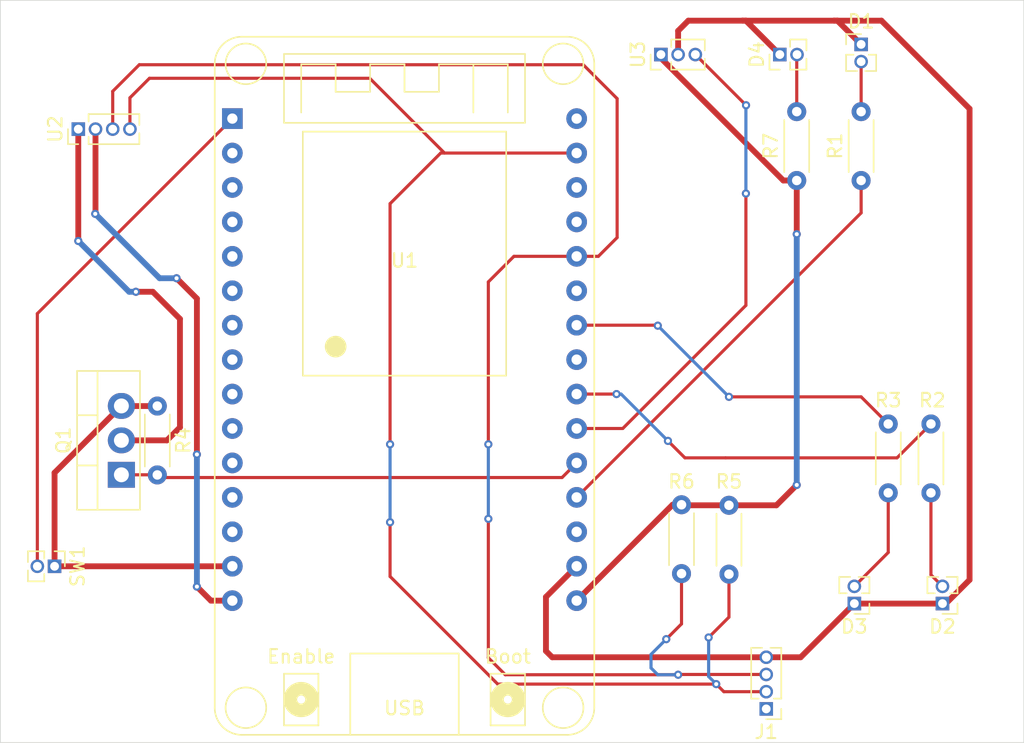
<source format=kicad_pcb>
(kicad_pcb (version 20240108) (generator "pcbnew") (generator_version "8.0")
  (layers (0 "F.Cu" signal) (31 "B.Cu" signal) (34 "B.Paste" user) (35 "F.Paste" user) (36 "B.SilkS" user "B.Silkscreen") (37 "F.SilkS" user "F.Silkscreen") (38 "B.Mask" user) (39 "F.Mask" user) (44 "Edge.Cuts" user))
  (net 0 "")
  (net 1 "GND1")
  (net 2 "Net-(D1-A)")
  (net 3 "Net-(D2-A)")
  (net 4 "Net-(D3-A)")
  (net 5 "Net-(D4-A)")
  (net 7 "/SDA")
  (net 8 "/SCL")
  (net 9 "Net-(Q1-D)")
  (net 10 "GND2")
  (net 11 "/PN532_RESET")
  (net 12 "/SUCCESS_LED")
  (net 13 "/SERIAL_SENT_LED")
  (net 14 "/ERROR_LED")
  (net 15 "+3.3V")
  (net 16 "Net-(U1-EN)")
  (net 33 "/IR_SENSOR")
  (net 36 "+5V")
  (footprint "Connector_PinHeader_1.27mm:PinHeader_1x02_P1.27mm_Vertical" (layer "F.Cu") (at 158 78.75)
    (property "Reference" "D1" (at 0 -1.695 0) (layer "F.SilkS"))
    (property "Value" "LED")
    (fp_line (start -1.11 -0.76) (end 0 -0.76) (stroke (width 0.12)) (layer "F.SilkS"))
    (fp_line (start -1.11 0) (end -1.11 -0.76) (stroke (width 0.12)) (layer "F.SilkS"))
    (fp_line (start -1.11 0.76) (end -1.11 1.965) (stroke (width 0.12)) (layer "F.SilkS"))
    (fp_line (start -1.11 0.76) (end -0.563471 0.76) (stroke (width 0.12)) (layer "F.SilkS"))
    (fp_line (start -1.11 1.965) (end -0.30753 1.965) (stroke (width 0.12)) (layer "F.SilkS"))
    (fp_line (start 0.30753 1.965) (end 1.11 1.965) (stroke (width 0.12)) (layer "F.SilkS"))
    (fp_line (start 0.563471 0.76) (end 1.11 0.76) (stroke (width 0.12)) (layer "F.SilkS"))
    (fp_line (start 1.11 0.76) (end 1.11 1.965) (stroke (width 0.12)) (layer "F.SilkS"))
    (pad "1" thru_hole rect (at 0 0) (size 1 1) (drill 0.65) (layers "*.Cu" "*.Mask") (net 1 "GND1"))
    (pad "2" thru_hole oval (at 0 1.27) (size 1 1) (drill 0.65) (layers "*.Cu" "*.Mask") (net 2 "Net-(D1-A)"))
  )
  (footprint "Resistor_THT:R_Axial_DIN0204_L3.6mm_D1.6mm_P5.08mm_Horizontal" (layer "F.Cu") (at 163.15 106.75 -90)
    (property "Reference" "R2" (at -1.75 -0.1 180) (layer "F.SilkS"))
    (property "Value" "R1k")
    (fp_line (start 0.62 0.92) (end 4.46 0.92) (stroke (width 0.12)) (layer "F.SilkS"))
    (fp_line (start 0.62 -0.92) (end 4.46 -0.92) (stroke (width 0.12)) (layer "F.SilkS"))
    (pad "1" thru_hole circle (at 0 0 270) (size 1.4 1.4) (drill 0.7) (layers "*.Cu" "*.Mask") (net 13 "/SERIAL_SENT_LED"))
    (pad "2" thru_hole oval (at 5.08 0 270) (size 1.4 1.4) (drill 0.7) (layers "*.Cu" "*.Mask") (net 3 "Net-(D2-A)"))
  )
  (footprint "Resistor_THT:R_Axial_DIN0204_L3.6mm_D1.6mm_P5.08mm_Horizontal" (layer "F.Cu") (at 160 106.75 -90)
    (property "Reference" "R3" (at -1.75 0 180) (layer "F.SilkS"))
    (property "Value" "R10")
    (fp_line (start 0.62 0.92) (end 4.46 0.92) (stroke (width 0.12)) (layer "F.SilkS"))
    (fp_line (start 0.62 -0.92) (end 4.46 -0.92) (stroke (width 0.12)) (layer "F.SilkS"))
    (pad "1" thru_hole circle (at 0 0 270) (size 1.4 1.4) (drill 0.7) (layers "*.Cu" "*.Mask") (net 14 "/ERROR_LED"))
    (pad "2" thru_hole oval (at 5.08 0 270) (size 1.4 1.4) (drill 0.7) (layers "*.Cu" "*.Mask") (net 4 "Net-(D3-A)"))
  )
  (footprint "Resistor_THT:R_Axial_DIN0204_L3.6mm_D1.6mm_P5.08mm_Horizontal" (layer "F.Cu") (at 158 88.79 90)
    (property "Reference" "R1" (at 2.54 -1.92 90) (layer "F.SilkS"))
    (property "Value" "R10")
    (fp_line (start 0.62 -0.92) (end 4.46 -0.92) (stroke (width 0.12)) (layer "F.SilkS"))
    (fp_line (start 0.62 0.92) (end 4.46 0.92) (stroke (width 0.12)) (layer "F.SilkS"))
    (pad "1" thru_hole circle (at 0 0 90) (size 1.4 1.4) (drill 0.7) (layers "*.Cu" "*.Mask") (net 12 "/SUCCESS_LED"))
    (pad "2" thru_hole oval (at 5.08 0 90) (size 1.4 1.4) (drill 0.7) (layers "*.Cu" "*.Mask") (net 2 "Net-(D1-A)"))
  )
  (footprint "Connector_PinHeader_1.27mm:PinHeader_1x02_P1.27mm_Vertical" (layer "F.Cu") (at 98.5 117.25 -90)
    (property "Reference" "SW1" (at 0 -1.695 90) (layer "F.SilkS"))
    (property "Value" "SW_Push")
    (fp_line (start -1.11 1.965) (end -0.30753 1.965) (stroke (width 0.12)) (layer "F.SilkS"))
    (fp_line (start 0.30753 1.965) (end 1.11 1.965) (stroke (width 0.12)) (layer "F.SilkS"))
    (fp_line (start -1.11 0.76) (end -1.11 1.965) (stroke (width 0.12)) (layer "F.SilkS"))
    (fp_line (start -1.11 0.76) (end -0.563471 0.76) (stroke (width 0.12)) (layer "F.SilkS"))
    (fp_line (start 0.563471 0.76) (end 1.11 0.76) (stroke (width 0.12)) (layer "F.SilkS"))
    (fp_line (start 1.11 0.76) (end 1.11 1.965) (stroke (width 0.12)) (layer "F.SilkS"))
    (fp_line (start -1.11 0) (end -1.11 -0.76) (stroke (width 0.12)) (layer "F.SilkS"))
    (fp_line (start -1.11 -0.76) (end 0 -0.76) (stroke (width 0.12)) (layer "F.SilkS"))
    (pad "1" thru_hole rect (at 0 0 270) (size 1 1) (drill 0.65) (layers "*.Cu" "*.Mask") (net 10 "GND2"))
    (pad "2" thru_hole oval (at 0 1.27 270) (size 1 1) (drill 0.65) (layers "*.Cu" "*.Mask") (net 16 "Net-(U1-EN)"))
  )
  (footprint "Package_TO_SOT_THT:TO-220-3_Vertical" (layer "F.Cu") (at 103.43 110.5 90)
    (property "Reference" "Q1" (at 2.54 -4.27 90) (layer "F.SilkS"))
    (property "Value" "IRLZ44N")
    (fp_line (start 7.66 -3.27) (end 7.66 1.371) (stroke (width 0.12)) (layer "F.SilkS"))
    (fp_line (start 4.391 -3.27) (end 4.391 -1.76) (stroke (width 0.12)) (layer "F.SilkS"))
    (fp_line (start 0.69 -3.27) (end 0.69 -1.76) (stroke (width 0.12)) (layer "F.SilkS"))
    (fp_line (start -2.58 -3.27) (end 7.66 -3.27) (stroke (width 0.12)) (layer "F.SilkS"))
    (fp_line (start -2.58 -3.27) (end -2.58 1.371) (stroke (width 0.12)) (layer "F.SilkS"))
    (fp_line (start -2.58 -1.76) (end 7.66 -1.76) (stroke (width 0.12)) (layer "F.SilkS"))
    (fp_line (start -2.58 1.371) (end 7.66 1.371) (stroke (width 0.12)) (layer "F.SilkS"))
    (pad "1" thru_hole rect (at 0 0 90) (size 1.905 2) (drill 1.1) (layers "*.Cu" "*.Mask") (net 11 "/PN532_RESET"))
    (pad "2" thru_hole oval (at 2.54 0 90) (size 1.905 2) (drill 1.1) (layers "*.Cu" "*.Mask") (net 9 "Net-(Q1-D)"))
    (pad "3" thru_hole oval (at 5.08 0 90) (size 1.905 2) (drill 1.1) (layers "*.Cu" "*.Mask") (net 10 "GND2"))
  )
  (footprint "Resistor_THT:R_Axial_DIN0204_L3.6mm_D1.6mm_P5.08mm_Horizontal" (layer "F.Cu") (at 148.25 117.83 90)
    (property "Reference" "R5" (at 6.83 0 180) (layer "F.SilkS"))
    (property "Value" "R10k")
    (fp_line (start 0.62 -0.92) (end 4.46 -0.92) (stroke (width 0.12)) (layer "F.SilkS"))
    (fp_line (start 0.62 0.92) (end 4.46 0.92) (stroke (width 0.12)) (layer "F.SilkS"))
    (pad "1" thru_hole circle (at 0 0 90) (size 1.4 1.4) (drill 0.7) (layers "*.Cu" "*.Mask") (net 8 "/SCL"))
    (pad "2" thru_hole oval (at 5.08 0 90) (size 1.4 1.4) (drill 0.7) (layers "*.Cu" "*.Mask") (net 15 "+3.3V"))
  )
  (footprint "Resistor_THT:R_Axial_DIN0204_L3.6mm_D1.6mm_P5.08mm_Horizontal" (layer "F.Cu") (at 106.08 105.43 -90)
    (property "Reference" "R4" (at 2.54 -1.92 90) (layer "F.SilkS"))
    (property "Value" "R10k")
    (fp_line (start 0.62 0.92) (end 4.46 0.92) (stroke (width 0.12)) (layer "F.SilkS"))
    (fp_line (start 0.62 -0.92) (end 4.46 -0.92) (stroke (width 0.12)) (layer "F.SilkS"))
    (pad "1" thru_hole circle (at 0 0 270) (size 1.4 1.4) (drill 0.7) (layers "*.Cu" "*.Mask") (net 10 "GND2"))
    (pad "2" thru_hole oval (at 5.08 0 270) (size 1.4 1.4) (drill 0.7) (layers "*.Cu" "*.Mask") (net 11 "/PN532_RESET"))
  )
  (footprint "Connector_PinHeader_1.27mm:PinHeader_1x02_P1.27mm_Vertical" (layer "F.Cu") (at 152 79.5 90)
    (property "Reference" "D4" (at 0 -1.695 90) (layer "F.SilkS"))
    (property "Value" "LED")
    (fp_line (start -1.11 -0.76) (end 0 -0.76) (stroke (width 0.12)) (layer "F.SilkS"))
    (fp_line (start -1.11 0) (end -1.11 -0.76) (stroke (width 0.12)) (layer "F.SilkS"))
    (fp_line (start 1.11 0.76) (end 1.11 1.965) (stroke (width 0.12)) (layer "F.SilkS"))
    (fp_line (start 0.563471 0.76) (end 1.11 0.76) (stroke (width 0.12)) (layer "F.SilkS"))
    (fp_line (start -1.11 0.76) (end -0.563471 0.76) (stroke (width 0.12)) (layer "F.SilkS"))
    (fp_line (start -1.11 0.76) (end -1.11 1.965) (stroke (width 0.12)) (layer "F.SilkS"))
    (fp_line (start 0.30753 1.965) (end 1.11 1.965) (stroke (width 0.12)) (layer "F.SilkS"))
    (fp_line (start -1.11 1.965) (end -0.30753 1.965) (stroke (width 0.12)) (layer "F.SilkS"))
    (pad "1" thru_hole rect (at 0 0 90) (size 1 1) (drill 0.65) (layers "*.Cu" "*.Mask") (net 1 "GND1"))
    (pad "2" thru_hole oval (at 0 1.27 90) (size 1 1) (drill 0.65) (layers "*.Cu" "*.Mask") (net 5 "Net-(D4-A)"))
  )
  (footprint "Connector_PinHeader_1.27mm:PinHeader_1x04_P1.27mm_Vertical" (layer "F.Cu") (at 151 127.77 180)
    (property "Reference" "J1" (at 0 -1.695 360) (layer "F.SilkS"))
    (property "Value" "AudioJackI2C_Switch")
    (fp_line (start 1.11 0.76) (end 1.11 4.505) (stroke (width 0.12)) (layer "F.SilkS"))
    (fp_line (start 0.563471 0.76) (end 1.11 0.76) (stroke (width 0.12)) (layer "F.SilkS"))
    (fp_line (start 0.30753 4.505) (end 1.11 4.505) (stroke (width 0.12)) (layer "F.SilkS"))
    (fp_line (start -1.11 4.505) (end -0.30753 4.505) (stroke (width 0.12)) (layer "F.SilkS"))
    (fp_line (start -1.11 0.76) (end -0.563471 0.76) (stroke (width 0.12)) (layer "F.SilkS"))
    (fp_line (start -1.11 0.76) (end -1.11 4.505) (stroke (width 0.12)) (layer "F.SilkS"))
    (fp_line (start -1.11 0) (end -1.11 -0.76) (stroke (width 0.12)) (layer "F.SilkS"))
    (fp_line (start -1.11 -0.76) (end 0 -0.76) (stroke (width 0.12)) (layer "F.SilkS"))
    (pad "1" thru_hole rect (at 0 0 180) (size 1 1) (drill 0.65) (layers "*.Cu" "*.Mask"))
    (pad "2" thru_hole oval (at 0 1.27 180) (size 1 1) (drill 0.65) (layers "*.Cu" "*.Mask") (net 8 "/SCL"))
    (pad "3" thru_hole oval (at 0 2.54 180) (size 1 1) (drill 0.65) (layers "*.Cu" "*.Mask") (net 7 "/SDA"))
    (pad "4" thru_hole oval (at 0 3.81 180) (size 1 1) (drill 0.65) (layers "*.Cu" "*.Mask") (net 1 "GND1"))
  )
  (footprint "Resistor_THT:R_Axial_DIN0204_L3.6mm_D1.6mm_P5.08mm_Horizontal" (layer "F.Cu") (at 144.75 117.79 90)
    (property "Reference" "R6" (at 6.79 0 180) (layer "F.SilkS"))
    (property "Value" "R10k")
    (fp_line (start 0.62 -0.92) (end 4.46 -0.92) (stroke (width 0.12)) (layer "F.SilkS"))
    (fp_line (start 0.62 0.92) (end 4.46 0.92) (stroke (width 0.12)) (layer "F.SilkS"))
    (pad "1" thru_hole circle (at 0 0 90) (size 1.4 1.4) (drill 0.7) (layers "*.Cu" "*.Mask") (net 7 "/SDA"))
    (pad "2" thru_hole oval (at 5.08 0 90) (size 1.4 1.4) (drill 0.7) (layers "*.Cu" "*.Mask") (net 15 "+3.3V"))
  )
  (footprint "Connector_PinHeader_1.27mm:PinHeader_1x02_P1.27mm_Vertical" (layer "F.Cu") (at 164 120 180)
    (property "Reference" "D2" (at 0 -1.695 360) (layer "F.SilkS"))
    (property "Value" "LED")
    (fp_line (start 1.11 0.76) (end 1.11 1.965) (stroke (width 0.12)) (layer "F.SilkS"))
    (fp_line (start 0.563471 0.76) (end 1.11 0.76) (stroke (width 0.12)) (layer "F.SilkS"))
    (fp_line (start 0.30753 1.965) (end 1.11 1.965) (stroke (width 0.12)) (layer "F.SilkS"))
    (fp_line (start -1.11 1.965) (end -0.30753 1.965) (stroke (width 0.12)) (layer "F.SilkS"))
    (fp_line (start -1.11 0.76) (end -0.563471 0.76) (stroke (width 0.12)) (layer "F.SilkS"))
    (fp_line (start -1.11 0.76) (end -1.11 1.965) (stroke (width 0.12)) (layer "F.SilkS"))
    (fp_line (start -1.11 0) (end -1.11 -0.76) (stroke (width 0.12)) (layer "F.SilkS"))
    (fp_line (start -1.11 -0.76) (end 0 -0.76) (stroke (width 0.12)) (layer "F.SilkS"))
    (pad "1" thru_hole rect (at 0 0 180) (size 1 1) (drill 0.65) (layers "*.Cu" "*.Mask") (net 1 "GND1"))
    (pad "2" thru_hole oval (at 0 1.27 180) (size 1 1) (drill 0.65) (layers "*.Cu" "*.Mask") (net 3 "Net-(D2-A)"))
  )
  (footprint "Connector_PinHeader_1.27mm:PinHeader_1x03_P1.27mm_Vertical" (layer "F.Cu") (at 143.23 79.5 90)
    (property "Reference" "U3" (at 0 -1.695 90) (layer "F.SilkS"))
    (property "Value" "~")
    (fp_line (start -1.11 -0.76) (end 0 -0.76) (stroke (width 0.12)) (layer "F.SilkS"))
    (fp_line (start -1.11 0) (end -1.11 -0.76) (stroke (width 0.12)) (layer "F.SilkS"))
    (fp_line (start 1.11 0.76) (end 1.11 3.235) (stroke (width 0.12)) (layer "F.SilkS"))
    (fp_line (start 0.563471 0.76) (end 1.11 0.76) (stroke (width 0.12)) (layer "F.SilkS"))
    (fp_line (start -1.11 0.76) (end -0.563471 0.76) (stroke (width 0.12)) (layer "F.SilkS"))
    (fp_line (start -1.11 0.76) (end -1.11 3.235) (stroke (width 0.12)) (layer "F.SilkS"))
    (fp_line (start 0.30753 3.235) (end 1.11 3.235) (stroke (width 0.12)) (layer "F.SilkS"))
    (fp_line (start -1.11 3.235) (end -0.30753 3.235) (stroke (width 0.12)) (layer "F.SilkS"))
    (pad "1" thru_hole rect (at 0 0 90) (size 1 1) (drill 0.65) (layers "*.Cu" "*.Mask") (net 15 "+3.3V"))
    (pad "2" thru_hole oval (at 0 1.27 90) (size 1 1) (drill 0.65) (layers "*.Cu" "*.Mask") (net 1 "GND1"))
    (pad "3" thru_hole oval (at 0 2.54 90) (size 1 1) (drill 0.65) (layers "*.Cu" "*.Mask") (net 33 "/IR_SENSOR"))
  )
  (footprint "Resistor_THT:R_Axial_DIN0204_L3.6mm_D1.6mm_P5.08mm_Horizontal" (layer "F.Cu") (at 153.25 88.79 90)
    (property "Reference" "R7" (at 2.54 -1.92 90) (layer "F.SilkS"))
    (property "Value" "R10")
    (fp_line (start 0.62 -0.92) (end 4.46 -0.92) (stroke (width 0.12)) (layer "F.SilkS"))
    (fp_line (start 0.62 0.92) (end 4.46 0.92) (stroke (width 0.12)) (layer "F.SilkS"))
    (pad "1" thru_hole circle (at 0 0 90) (size 1.4 1.4) (drill 0.7) (layers "*.Cu" "*.Mask") (net 15 "+3.3V"))
    (pad "2" thru_hole oval (at 5.08 0 90) (size 1.4 1.4) (drill 0.7) (layers "*.Cu" "*.Mask") (net 5 "Net-(D4-A)"))
  )
  (footprint "Connector_PinHeader_1.27mm:PinHeader_1x04_P1.27mm_Vertical" (layer "F.Cu") (at 100.25 85 90)
    (property "Reference" "U2" (at 0 -1.695 90) (layer "F.SilkS"))
    (property "Value" "~")
    (fp_line (start -1.11 -0.76) (end 0 -0.76) (stroke (width 0.12)) (layer "F.SilkS"))
    (fp_line (start -1.11 0) (end -1.11 -0.76) (stroke (width 0.12)) (layer "F.SilkS"))
    (fp_line (start 1.11 0.76) (end 1.11 4.505) (stroke (width 0.12)) (layer "F.SilkS"))
    (fp_line (start 0.563471 0.76) (end 1.11 0.76) (stroke (width 0.12)) (layer "F.SilkS"))
    (fp_line (start -1.11 0.76) (end -0.563471 0.76) (stroke (width 0.12)) (layer "F.SilkS"))
    (fp_line (start -1.11 0.76) (end -1.11 4.505) (stroke (width 0.12)) (layer "F.SilkS"))
    (fp_line (start 0.30753 4.505) (end 1.11 4.505) (stroke (width 0.12)) (layer "F.SilkS"))
    (fp_line (start -1.11 4.505) (end -0.30753 4.505) (stroke (width 0.12)) (layer "F.SilkS"))
    (pad "1" thru_hole rect (at 0 0 90) (size 1 1) (drill 0.65) (layers "*.Cu" "*.Mask") (net 9 "Net-(Q1-D)"))
    (pad "2" thru_hole oval (at 0 1.27 90) (size 1 1) (drill 0.65) (layers "*.Cu" "*.Mask") (net 36 "+5V"))
    (pad "3" thru_hole oval (at 0 2.54 90) (size 1 1) (drill 0.65) (layers "*.Cu" "*.Mask") (net 7 "/SDA"))
    (pad "4" thru_hole oval (at 0 3.81 90) (size 1 1) (drill 0.65) (layers "*.Cu" "*.Mask") (net 8 "/SCL"))
  )
  (footprint "ESP32_DevKit_V1_DOIT:esp32_devkit_v1_doit" (layer "F.Cu") (at 124.315 84.225)
    (property "Reference" "U1" (at 0 10.47 0) (layer "F.SilkS"))
    (property "Value" "ESP32_DevKit_V1_DOIT")
    (fp_line (start -14 -4.04) (end -14 43.46) (stroke (width 0.12)) (layer "F.SilkS"))
    (fp_line (start -12 -6.04) (end 12 -6.04) (stroke (width 0.12)) (layer "F.SilkS"))
    (fp_line (start -12 45.46) (end 12 45.46) (stroke (width 0.12)) (layer "F.SilkS"))
    (fp_line (start -8.89 -4.77) (end 8.89 -4.77) (stroke (width 0.12)) (layer "F.SilkS"))
    (fp_line (start -8.89 0.31) (end -8.89 -4.77) (stroke (width 0.12)) (layer "F.SilkS"))
    (fp_line (start -8.89 40.95) (end -6.35 40.95) (stroke (width 0.12)) (layer "F.SilkS"))
    (fp_line (start -8.89 44.76) (end -8.89 40.95) (stroke (width 0.12)) (layer "F.SilkS"))
    (fp_line (start -7.62 -4.008) (end -5.08 -4.008) (stroke (width 0.12)) (layer "F.SilkS"))
    (fp_line (start -7.62 -0.452) (end -7.62 -4.008) (stroke (width 0.12)) (layer "F.SilkS"))
    (fp_line (start -7.5 0.96) (end 7.5 0.96) (stroke (width 0.12)) (layer "F.SilkS"))
    (fp_line (start -7.5 18.96) (end -7.5 0.96) (stroke (width 0.12)) (layer "F.SilkS"))
    (fp_line (start -6.35 40.95) (end -6.35 44.76) (stroke (width 0.12)) (layer "F.SilkS"))
    (fp_line (start -6.35 44.76) (end -8.89 44.76) (stroke (width 0.12)) (layer "F.SilkS"))
    (fp_line (start -5.08 -4.008) (end -5.08 -1.976) (stroke (width 0.12)) (layer "F.SilkS"))
    (fp_line (start -5.08 -1.976) (end -2.54 -1.976) (stroke (width 0.12)) (layer "F.SilkS"))
    (fp_line (start -4 39.46) (end -4 45.46) (stroke (width 0.12)) (layer "F.SilkS"))
    (fp_line (start -4 39.46) (end 4 39.46) (stroke (width 0.12)) (layer "F.SilkS"))
    (fp_line (start -2.54 -4.008) (end 0 -4.008) (stroke (width 0.12)) (layer "F.SilkS"))
    (fp_line (start -2.54 -1.976) (end -2.54 -4.008) (stroke (width 0.12)) (layer "F.SilkS"))
    (fp_line (start 0 -4.008) (end 0 -1.976) (stroke (width 0.12)) (layer "F.SilkS"))
    (fp_line (start 0 -1.976) (end 2.54 -1.976) (stroke (width 0.12)) (layer "F.SilkS"))
    (fp_line (start 2.54 -4.008) (end 7.62 -4.008) (stroke (width 0.12)) (layer "F.SilkS"))
    (fp_line (start 2.54 -1.976) (end 2.54 -4.008) (stroke (width 0.12)) (layer "F.SilkS"))
    (fp_line (start 4 39.46) (end 4 45.46) (stroke (width 0.12)) (layer "F.SilkS"))
    (fp_line (start 5.08 -4.008) (end 5.08 -0.452) (stroke (width 0.12)) (layer "F.SilkS"))
    (fp_line (start 6.35 40.95) (end 8.89 40.95) (stroke (width 0.12)) (layer "F.SilkS"))
    (fp_line (start 6.35 44.76) (end 6.35 40.95) (stroke (width 0.12)) (layer "F.SilkS"))
    (fp_line (start 7.5 0.96) (end 7.5 18.96) (stroke (width 0.12)) (layer "F.SilkS"))
    (fp_line (start 7.5 18.96) (end -7.5 18.96) (stroke (width 0.12)) (layer "F.SilkS"))
    (fp_line (start 7.62 -4.008) (end 7.62 -0.452) (stroke (width 0.12)) (layer "F.SilkS"))
    (fp_line (start 8.89 -4.77) (end 8.89 0.31) (stroke (width 0.12)) (layer "F.SilkS"))
    (fp_line (start 8.89 0.31) (end -8.89 0.31) (stroke (width 0.12)) (layer "F.SilkS"))
    (fp_line (start 8.89 40.95) (end 8.89 44.76) (stroke (width 0.12)) (layer "F.SilkS"))
    (fp_line (start 8.89 44.76) (end 6.35 44.76) (stroke (width 0.12)) (layer "F.SilkS"))
    (fp_line (start 14 43.46) (end 14 -4.04) (stroke (width 0.12)) (layer "F.SilkS"))
    (fp_arc (start -14 -4.04) (mid -13.414214 -5.454214) (end -12 -6.04) (stroke (width 0.12)) (layer "F.SilkS"))
    (fp_arc (start -12 45.46) (mid -13.414214 44.874214) (end -14 43.46) (stroke (width 0.12)) (layer "F.SilkS"))
    (fp_arc (start 12 -6.04) (mid 13.414214 -5.454214) (end 14 -4.04) (stroke (width 0.12)) (layer "F.SilkS"))
    (fp_arc (start 14 43.46) (mid 13.414214 44.874214) (end 12 45.46) (stroke (width 0.12)) (layer "F.SilkS"))
    (fp_circle (center -11.7 -4.04) (end -10.2 -4.04) (stroke (width 0.12)) (fill none) (layer "F.SilkS"))
    (fp_circle (center -11.7 43.46) (end -10.2 43.46) (stroke (width 0.12)) (fill none) (layer "F.SilkS"))
    (fp_circle (center -7.62 42.855) (end -7.32 42.855) (stroke (width 1)) (fill none) (layer "F.SilkS"))
    (fp_circle (center -5.08 16.82) (end -4.68 16.82) (stroke (width 0.8)) (fill none) (layer "F.SilkS"))
    (fp_circle (center 7.62 42.855) (end 7.92 42.855) (stroke (width 1)) (fill none) (layer "F.SilkS"))
    (fp_circle (center 11.7 -4.04) (end 13.2 -4.04) (stroke (width 0.12)) (fill none) (layer "F.SilkS"))
    (fp_circle (center 11.7 43.46) (end 13.2 43.46) (stroke (width 0.12)) (fill none) (layer "F.SilkS"))
    (fp_text user "Boot" (at 7.62 39.68 0) (layer "F.SilkS"))
    (fp_text user "Enable" (at -7.62 39.68 0) (layer "F.SilkS"))
    (fp_text user "USB" (at 0 43.49 0) (layer "F.SilkS"))
    (pad "1" thru_hole rect (at -12.7 0) (size 1.524 1.524) (drill 0.762) (layers "*.Cu" "*.Mask") (net 16 "Net-(U1-EN)"))
    (pad "2" thru_hole circle (at -12.7 2.54) (size 1.524 1.524) (drill 0.762) (layers "*.Cu" "*.Mask"))
    (pad "3" thru_hole circle (at -12.7 5.08) (size 1.524 1.524) (drill 0.762) (layers "*.Cu" "*.Mask"))
    (pad "4" thru_hole circle (at -12.7 7.62) (size 1.524 1.524) (drill 0.762) (layers "*.Cu" "*.Mask"))
    (pad "5" thru_hole circle (at -12.7 10.16) (size 1.524 1.524) (drill 0.762) (layers "*.Cu" "*.Mask"))
    (pad "6" thru_hole circle (at -12.7 12.7) (size 1.524 1.524) (drill 0.762) (layers "*.Cu" "*.Mask"))
    (pad "7" thru_hole circle (at -12.7 15.24) (size 1.524 1.524) (drill 0.762) (layers "*.Cu" "*.Mask"))
    (pad "8" thru_hole circle (at -12.7 17.78) (size 1.524 1.524) (drill 0.762) (layers "*.Cu" "*.Mask"))
    (pad "9" thru_hole circle (at -12.7 20.32) (size 1.524 1.524) (drill 0.762) (layers "*.Cu" "*.Mask"))
    (pad "10" thru_hole circle (at -12.7 22.86) (size 1.524 1.524) (drill 0.762) (layers "*.Cu" "*.Mask"))
    (pad "11" thru_hole circle (at -12.7 25.4) (size 1.524 1.524) (drill 0.762) (layers "*.Cu" "*.Mask"))
    (pad "12" thru_hole circle (at -12.7 27.94) (size 1.524 1.524) (drill 0.762) (layers "*.Cu" "*.Mask"))
    (pad "13" thru_hole circle (at -12.7 30.48) (size 1.524 1.524) (drill 0.762) (layers "*.Cu" "*.Mask"))
    (pad "14" thru_hole circle (at -12.7 33.02) (size 1.524 1.524) (drill 0.762) (layers "*.Cu" "*.Mask") (net 10 "GND2"))
    (pad "15" thru_hole circle (at -12.7 35.56) (size 1.524 1.524) (drill 0.762) (layers "*.Cu" "*.Mask") (net 36 "+5V"))
    (pad "16" thru_hole circle (at 12.7 35.56) (size 1.524 1.524) (drill 0.762) (layers "*.Cu" "*.Mask") (net 15 "+3.3V"))
    (pad "17" thru_hole circle (at 12.7 33.02) (size 1.524 1.524) (drill 0.762) (layers "*.Cu" "*.Mask") (net 1 "GND1"))
    (pad "18" thru_hole circle (at 12.7 30.48) (size 1.524 1.524) (drill 0.762) (layers "*.Cu" "*.Mask"))
    (pad "19" thru_hole circle (at 12.7 27.94) (size 1.524 1.524) (drill 0.762) (layers "*.Cu" "*.Mask") (net 12 "/SUCCESS_LED"))
    (pad "20" thru_hole circle (at 12.7 25.4) (size 1.524 1.524) (drill 0.762) (layers "*.Cu" "*.Mask") (net 11 "/PN532_RESET"))
    (pad "21" thru_hole circle (at 12.7 22.86) (size 1.524 1.524) (drill 0.762) (layers "*.Cu" "*.Mask") (net 33 "/IR_SENSOR"))
    (pad "22" thru_hole circle (at 12.7 20.32) (size 1.524 1.524) (drill 0.762) (layers "*.Cu" "*.Mask") (net 13 "/SERIAL_SENT_LED"))
    (pad "23" thru_hole circle (at 12.7 17.78) (size 1.524 1.524) (drill 0.762) (layers "*.Cu" "*.Mask"))
    (pad "24" thru_hole circle (at 12.7 15.24) (size 1.524 1.524) (drill 0.762) (layers "*.Cu" "*.Mask") (net 14 "/ERROR_LED"))
    (pad "25" thru_hole circle (at 12.7 12.7) (size 1.524 1.524) (drill 0.762) (layers "*.Cu" "*.Mask"))
    (pad "26" thru_hole circle (at 12.7 10.16) (size 1.524 1.524) (drill 0.762) (layers "*.Cu" "*.Mask") (net 7 "/SDA"))
    (pad "27" thru_hole circle (at 12.7 7.62) (size 1.524 1.524) (drill 0.762) (layers "*.Cu" "*.Mask"))
    (pad "28" thru_hole circle (at 12.7 5.08) (size 1.524 1.524) (drill 0.762) (layers "*.Cu" "*.Mask"))
    (pad "29" thru_hole circle (at 12.7 2.54) (size 1.524 1.524) (drill 0.762) (layers "*.Cu" "*.Mask") (net 8 "/SCL"))
    (pad "30" thru_hole circle (at 12.7 0) (size 1.524 1.524) (drill 0.762) (layers "*.Cu" "*.Mask"))
  )
  (footprint "Connector_PinHeader_1.27mm:PinHeader_1x02_P1.27mm_Vertical" (layer "F.Cu") (at 157.5 120 180)
    (property "Reference" "D3" (at 0 -1.695 360) (layer "F.SilkS"))
    (property "Value" "LED")
    (fp_line (start 1.11 0.76) (end 1.11 1.965) (stroke (width 0.12)) (layer "F.SilkS"))
    (fp_line (start 0.563471 0.76) (end 1.11 0.76) (stroke (width 0.12)) (layer "F.SilkS"))
    (fp_line (start 0.30753 1.965) (end 1.11 1.965) (stroke (width 0.12)) (layer "F.SilkS"))
    (fp_line (start -1.11 1.965) (end -0.30753 1.965) (stroke (width 0.12)) (layer "F.SilkS"))
    (fp_line (start -1.11 0.76) (end -0.563471 0.76) (stroke (width 0.12)) (layer "F.SilkS"))
    (fp_line (start -1.11 0.76) (end -1.11 1.965) (stroke (width 0.12)) (layer "F.SilkS"))
    (fp_line (start -1.11 0) (end -1.11 -0.76) (stroke (width 0.12)) (layer "F.SilkS"))
    (fp_line (start -1.11 -0.76) (end 0 -0.76) (stroke (width 0.12)) (layer "F.SilkS"))
    (pad "1" thru_hole rect (at 0 0 180) (size 1 1) (drill 0.65) (layers "*.Cu" "*.Mask") (net 1 "GND1"))
    (pad "2" thru_hole oval (at 0 1.27 180) (size 1 1) (drill 0.65) (layers "*.Cu" "*.Mask") (net 4 "Net-(D3-A)"))
  )
  (gr_rect (start 94.5 75.5) (end 170 130.25) (stroke (width 0.05)) (fill none) (layer "Edge.Cuts"))
  (segment (start 152 79.5) (end 149.5 77) (width 0.43) (layer "F.Cu") (net 1))
  (segment (start 149.25 77) (end 156 77) (width 0.43) (layer "F.Cu") (net 1))
  (segment (start 157.5 120) (end 164 120) (width 0.43) (layer "F.Cu") (net 1))
  (segment (start 164.25 120) (end 164 120) (width 0.43) (layer "F.Cu") (net 1))
  (segment (start 151 123.96) (end 153.54 123.96) (width 0.43) (layer "F.Cu") (net 1))
  (segment (start 151 123.96) (end 135.21 123.96) (width 0.43) (layer "F.Cu") (net 1))
  (segment (start 156 77) (end 159.5 77) (width 0.43) (layer "F.Cu") (net 1))
  (segment (start 137.015 117.245) (end 134.75 119.51) (width 0.43) (layer "F.Cu") (net 1))
  (segment (start 144.5 77.75) (end 144.5 79.5) (width 0.43) (layer "F.Cu") (net 1))
  (segment (start 134.75 123.5) (end 134.75 119.51) (width 0.43) (layer "F.Cu") (net 1))
  (segment (start 153.54 123.96) (end 157.5 120) (width 0.43) (layer "F.Cu") (net 1))
  (segment (start 145.25 77) (end 144.5 77.75) (width 0.43) (layer "F.Cu") (net 1))
  (segment (start 156 77) (end 156.25 77) (width 0.43) (layer "F.Cu") (net 1))
  (segment (start 149.5 77) (end 149.25 77) (width 0.43) (layer "F.Cu") (net 1))
  (segment (start 166 83.5) (end 166 118.25) (width 0.43) (layer "F.Cu") (net 1))
  (segment (start 166 118.25) (end 164.25 120) (width 0.43) (layer "F.Cu") (net 1))
  (segment (start 149.25 77) (end 145.25 77) (width 0.43) (layer "F.Cu") (net 1))
  (segment (start 159.5 77) (end 166 83.5) (width 0.43) (layer "F.Cu") (net 1))
  (segment (start 135.21 123.96) (end 134.75 123.5) (width 0.43) (layer "F.Cu") (net 1))
  (segment (start 156.25 77) (end 158 78.75) (width 0.43) (layer "F.Cu") (net 1))
  (segment (start 158 83.71) (end 158 80.02) (width 0.23) (layer "F.Cu") (net 2))
  (segment (start 163.15 111.83) (end 163.15 117.88) (width 0.23) (layer "F.Cu") (net 3))
  (segment (start 163.15 117.88) (end 164 118.73) (width 0.23) (layer "F.Cu") (net 3))
  (segment (start 160 116.23) (end 157.5 118.73) (width 0.23) (layer "F.Cu") (net 4))
  (segment (start 160 111.83) (end 160 116.23) (width 0.23) (layer "F.Cu") (net 4))
  (segment (start 153.25 79.52) (end 153.27 79.5) (width 0.23) (layer "F.Cu") (net 5))
  (segment (start 153.25 83.71) (end 153.25 79.52) (width 0.23) (layer "F.Cu") (net 5))
  (segment (start 144.75 117.79) (end 144.75 121.5) (width 0.23) (layer "F.Cu") (net 7))
  (segment (start 144.5 125.25) (end 131.75 125.25) (width 0.23) (layer "F.Cu") (net 7))
  (segment (start 143.625 122.625) (end 143.5 122.75) (width 0.23) (layer "F.Cu") (net 7))
  (segment (start 137.5 80.25) (end 140 82.75) (width 0.23) (layer "F.Cu") (net 7))
  (segment (start 102.79 85) (end 102.79 82.21) (width 0.23) (layer "F.Cu") (net 7))
  (segment (start 140 93) (end 138.615 94.385) (width 0.23) (layer "F.Cu") (net 7))
  (segment (start 144.75 121.5) (end 143.625 122.625) (width 0.23) (layer "F.Cu") (net 7))
  (segment (start 144.52 125.23) (end 144.5 125.25) (width 0.23) (layer "F.Cu") (net 7))
  (segment (start 131.75 125.25) (end 130.5 124) (width 0.23) (layer "F.Cu") (net 7))
  (segment (start 138.615 94.385) (end 137.015 94.385) (width 0.23) (layer "F.Cu") (net 7))
  (segment (start 132.385 94.385) (end 130.5 96.27) (width 0.23) (layer "F.Cu") (net 7))
  (segment (start 132.385 94.385) (end 137.015 94.385) (width 0.23) (layer "F.Cu") (net 7))
  (segment (start 140 82.75) (end 140 93) (width 0.23) (layer "F.Cu") (net 7))
  (segment (start 130.5 124) (end 130.5 113.75) (width 0.23) (layer "F.Cu") (net 7))
  (segment (start 102.79 82.21) (end 104.75 80.25) (width 0.23) (layer "F.Cu") (net 7))
  (segment (start 130.5 96.27) (end 130.5 108.25) (width 0.23) (layer "F.Cu") (net 7))
  (segment (start 104.75 80.25) (end 137.5 80.25) (width 0.23) (layer "F.Cu") (net 7))
  (segment (start 151 125.23) (end 144.52 125.23) (width 0.23) (layer "F.Cu") (net 7))
  (via (at 130.5 108.25) (size 0.6) (drill 0.3) (layers "F.Cu" "B.Cu") (net 7))
  (via (at 130.5 113.75) (size 0.6) (drill 0.3) (layers "F.Cu" "B.Cu") (net 7))
  (via (at 143.625 122.625) (size 0.6) (drill 0.3) (layers "F.Cu" "B.Cu") (net 7))
  (via (at 144.5 125.25) (size 0.6) (drill 0.3) (layers "F.Cu" "B.Cu") (net 7))
  (segment (start 143.625 122.625) (end 142.5 123.75) (width 0.23) (layer "B.Cu") (net 7))
  (segment (start 130.5 113.75) (end 130.5 108.25) (width 0.23) (layer "B.Cu") (net 7))
  (segment (start 142.5 123.75) (end 142.5 124.75) (width 0.23) (layer "B.Cu") (net 7))
  (segment (start 142.5 124.75) (end 143 125.25) (width 0.23) (layer "B.Cu") (net 7))
  (segment (start 143 125.25) (end 144.5 125.25) (width 0.23) (layer "B.Cu") (net 7))
  (segment (start 147.309871 125.940129) (end 131.190129 125.940129) (width 0.23) (layer "F.Cu") (net 8))
  (segment (start 148.25 117.83) (end 148.25 121) (width 0.23) (layer "F.Cu") (net 8))
  (segment (start 131 125.75) (end 123.25 118) (width 0.23) (layer "F.Cu") (net 8))
  (segment (start 121.75 81.25) (end 105.5 81.25) (width 0.23) (layer "F.Cu") (net 8))
  (segment (start 104.06 82.69) (end 104.06 85) (width 0.23) (layer "F.Cu") (net 8))
  (segment (start 126.985 86.765) (end 127.265 86.765) (width 0.23) (layer "F.Cu") (net 8))
  (segment (start 148.25 121) (end 146.75 122.5) (width 0.23) (layer "F.Cu") (net 8))
  (segment (start 123.25 118) (end 123.25 114) (width 0.23) (layer "F.Cu") (net 8))
  (segment (start 147.869742 126.5) (end 147.309871 125.940129) (width 0.23) (layer "F.Cu") (net 8))
  (segment (start 123.25 108.25) (end 123.25 90.5) (width 0.23) (layer "F.Cu") (net 8))
  (segment (start 131.190129 125.940129) (end 131 125.75) (width 0.23) (layer "F.Cu") (net 8))
  (segment (start 105.5 81.25) (end 104.06 82.69) (width 0.23) (layer "F.Cu") (net 8))
  (segment (start 123.25 90.5) (end 126.985 86.765) (width 0.23) (layer "F.Cu") (net 8))
  (segment (start 127.265 86.765) (end 121.75 81.25) (width 0.23) (layer "F.Cu") (net 8))
  (segment (start 137.015 86.765) (end 127.265 86.765) (width 0.23) (layer "F.Cu") (net 8))
  (segment (start 151 126.5) (end 147.869742 126.5) (width 0.23) (layer "F.Cu") (net 8))
  (via (at 123.25 108.25) (size 0.6) (drill 0.3) (layers "F.Cu" "B.Cu") (net 8))
  (via (at 123.25 114) (size 0.6) (drill 0.3) (layers "F.Cu" "B.Cu") (net 8))
  (via (at 146.75 122.5) (size 0.6) (drill 0.3) (layers "F.Cu" "B.Cu") (net 8))
  (via (at 147.309871 125.940129) (size 0.6) (drill 0.3) (layers "F.Cu" "B.Cu") (net 8))
  (segment (start 146.75 125.380258) (end 147.309871 125.940129) (width 0.23) (layer "B.Cu") (net 8))
  (segment (start 123.25 114) (end 123.25 108.25) (width 0.23) (layer "B.Cu") (net 8))
  (segment (start 146.75 122.5) (end 146.75 125.380258) (width 0.23) (layer "B.Cu") (net 8))
  (segment (start 107.75 99) (end 105.75 97) (width 0.43) (layer "F.Cu") (net 9))
  (segment (start 105.75 97) (end 104.5 97) (width 0.43) (layer "F.Cu") (net 9))
  (segment (start 103.43 107.96) (end 106.79 107.96) (width 0.43) (layer "F.Cu") (net 9))
  (segment (start 100.25 85) (end 100.25 93.25) (width 0.43) (layer "F.Cu") (net 9))
  (segment (start 106.79 107.96) (end 107.75 107) (width 0.43) (layer "F.Cu") (net 9))
  (segment (start 107.75 107) (end 107.75 99) (width 0.43) (layer "F.Cu") (net 9))
  (via (at 100.25 93.25) (size 0.6) (drill 0.3) (layers "F.Cu" "B.Cu") (net 9))
  (via (at 104.5 97) (size 0.6) (drill 0.3) (layers "F.Cu" "B.Cu") (net 9))
  (segment (start 104 97) (end 104.5 97) (width 0.43) (layer "B.Cu") (net 9))
  (segment (start 100.25 93.25) (end 104 97) (width 0.43) (layer "B.Cu") (net 9))
  (segment (start 111.61 117.25) (end 111.615 117.245) (width 0.43) (layer "F.Cu") (net 10))
  (segment (start 103.43 105.42) (end 98.5 110.35) (width 0.43) (layer "F.Cu") (net 10))
  (segment (start 98.5 110.35) (end 98.5 117.25) (width 0.43) (layer "F.Cu") (net 10))
  (segment (start 106.08 105.43) (end 103.44 105.43) (width 0.43) (layer "F.Cu") (net 10))
  (segment (start 98.5 117.25) (end 111.61 117.25) (width 0.43) (layer "F.Cu") (net 10))
  (segment (start 103.43 110.5) (end 106.07 110.5) (width 0.23) (layer "F.Cu") (net 11))
  (segment (start 137.015 109.625) (end 135.938 110.702) (width 0.23) (layer "F.Cu") (net 11))
  (segment (start 135.938 110.702) (end 106.272 110.702) (width 0.23) (layer "F.Cu") (net 11))
  (segment (start 106.272 110.702) (end 106.08 110.51) (width 0.23) (layer "F.Cu") (net 11))
  (segment (start 158 88.79) (end 158 91.18) (width 0.23) (layer "F.Cu") (net 12))
  (segment (start 158 91.18) (end 137.015 112.165) (width 0.23) (layer "F.Cu") (net 12))
  (segment (start 137.015 104.545) (end 139.955 104.545) (width 0.23) (layer "F.Cu") (net 13))
  (segment (start 160.65 109.25) (end 148 109.25) (width 0.23) (layer "F.Cu") (net 13))
  (segment (start 148 109.25) (end 145 109.25) (width 0.23) (layer "F.Cu") (net 13))
  (segment (start 163.15 106.75) (end 160.65 109.25) (width 0.23) (layer "F.Cu") (net 13))
  (segment (start 145 109.25) (end 143.75 108) (width 0.23) (layer "F.Cu") (net 13))
  (via (at 143.75 108) (size 0.6) (drill 0.3) (layers "F.Cu" "B.Cu") (net 13))
  (via (at 139.955 104.545) (size 0.6) (drill 0.3) (layers "F.Cu" "B.Cu") (net 13))
  (segment (start 140.295 104.545) (end 143.75 108) (width 0.23) (layer "B.Cu") (net 13))
  (segment (start 139.955 104.545) (end 140.295 104.545) (width 0.23) (layer "B.Cu") (net 13))
  (segment (start 137.015 99.465) (end 142.965 99.465) (width 0.23) (layer "F.Cu") (net 14))
  (segment (start 160 106.75) (end 158 104.75) (width 0.23) (layer "F.Cu") (net 14))
  (segment (start 142.965 99.465) (end 143 99.5) (width 0.23) (layer "F.Cu") (net 14))
  (segment (start 158 104.75) (end 148.25 104.75) (width 0.23) (layer "F.Cu") (net 14))
  (via (at 148.25 104.75) (size 0.6) (drill 0.3) (layers "F.Cu" "B.Cu") (net 14))
  (via (at 143 99.5) (size 0.6) (drill 0.3) (layers "F.Cu" "B.Cu") (net 14))
  (segment (start 143 99.5) (end 148.25 104.75) (width 0.23) (layer "B.Cu") (net 14))
  (segment (start 137.015 119.785) (end 144.09 112.71) (width 0.43) (layer "F.Cu") (net 15))
  (segment (start 148.25 112.75) (end 144.79 112.75) (width 0.43) (layer "F.Cu") (net 15))
  (segment (start 151.75 112.75) (end 153.25 111.25) (width 0.43) (layer "F.Cu") (net 15))
  (segment (start 143.23 79.759949) (end 143.23 79.5) (width 0.43) (layer "F.Cu") (net 15))
  (segment (start 144.09 112.71) (end 144.75 112.71) (width 0.43) (layer "F.Cu") (net 15))
  (segment (start 148.25 112.75) (end 151.75 112.75) (width 0.43) (layer "F.Cu") (net 15))
  (segment (start 153.25 88.79) (end 153.25 92.75) (width 0.43) (layer "F.Cu") (net 15))
  (segment (start 153.25 88.79) (end 152.260051 88.79) (width 0.43) (layer "F.Cu") (net 15))
  (segment (start 144.79 112.75) (end 144.75 112.71) (width 0.43) (layer "F.Cu") (net 15))
  (segment (start 152.260051 88.79) (end 143.23 79.759949) (width 0.43) (layer "F.Cu") (net 15))
  (via (at 153.25 111.25) (size 0.6) (drill 0.3) (layers "F.Cu" "B.Cu") (net 15))
  (via (at 153.25 92.75) (size 0.6) (drill 0.3) (layers "F.Cu" "B.Cu") (net 15))
  (segment (start 153.25 111.25) (end 153.25 92.75) (width 0.43) (layer "B.Cu") (net 15))
  (segment (start 97.23 117.25) (end 97.23 98.61) (width 0.23) (layer "F.Cu") (net 16))
  (segment (start 97.23 98.61) (end 111.615 84.225) (width 0.23) (layer "F.Cu") (net 16))
  (segment (start 149.51 83.24) (end 149.52 83.25) (width 0.23) (layer "F.Cu") (net 33))
  (segment (start 137.015 107.085) (end 140.415 107.085) (width 0.23) (layer "F.Cu") (net 33))
  (segment (start 140.415 107.085) (end 149.5 98) (width 0.23) (layer "F.Cu") (net 33))
  (segment (start 145.77 79.5) (end 149.51 83.24) (width 0.23) (layer "F.Cu") (net 33))
  (segment (start 149.5 98) (end 149.5 89.75) (width 0.23) (layer "F.Cu") (net 33))
  (via (at 149.5 89.75) (size 0.6) (drill 0.3) (layers "F.Cu" "B.Cu") (net 33))
  (via (at 149.51 83.24) (size 0.6) (drill 0.3) (layers "F.Cu" "B.Cu") (net 33))
  (segment (start 149.5 83.25) (end 149.5 89.75) (width 0.23) (layer "B.Cu") (net 33))
  (segment (start 149.51 83.24) (end 149.5 83.25) (width 0.23) (layer "B.Cu") (net 33))
  (segment (start 101.52 85) (end 101.52 91.23) (width 0.43) (layer "F.Cu") (net 36))
  (segment (start 107.5 96) (end 109 97.5) (width 0.43) (layer "F.Cu") (net 36))
  (segment (start 111.615 119.785) (end 110.035 119.785) (width 0.43) (layer "F.Cu") (net 36))
  (segment (start 109 97.5) (end 109 109) (width 0.43) (layer "F.Cu") (net 36))
  (segment (start 110.035 119.785) (end 109 118.75) (width 0.43) (layer "F.Cu") (net 36))
  (segment (start 101.52 91.23) (end 101.5 91.25) (width 0.43) (layer "F.Cu") (net 36))
  (via (at 101.5 91.25) (size 0.6) (drill 0.3) (layers "F.Cu" "B.Cu") (net 36))
  (via (at 109 109) (size 0.6) (drill 0.3) (layers "F.Cu" "B.Cu") (net 36))
  (via (at 109 118.75) (size 0.6) (drill 0.3) (layers "F.Cu" "B.Cu") (net 36))
  (via (at 107.5 96) (size 0.6) (drill 0.3) (layers "F.Cu" "B.Cu") (net 36))
  (segment (start 106.25 96) (end 107.5 96) (width 0.43) (layer "B.Cu") (net 36))
  (segment (start 101.5 91.25) (end 106.25 96) (width 0.43) (layer "B.Cu") (net 36))
  (segment (start 109 118.75) (end 109 109) (width 0.43) (layer "B.Cu") (net 36))
)
</source>
